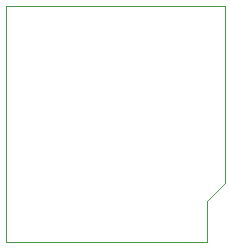
<source format=gbr>
%TF.GenerationSoftware,KiCad,Pcbnew,7.0.8*%
%TF.CreationDate,2023-12-24T04:11:35-08:00*%
%TF.ProjectId,EZ Teknic Converter - R1,455a2054-656b-46e6-9963-20436f6e7665,rev?*%
%TF.SameCoordinates,Original*%
%TF.FileFunction,Profile,NP*%
%FSLAX46Y46*%
G04 Gerber Fmt 4.6, Leading zero omitted, Abs format (unit mm)*
G04 Created by KiCad (PCBNEW 7.0.8) date 2023-12-24 04:11:35*
%MOMM*%
%LPD*%
G01*
G04 APERTURE LIST*
%TA.AperFunction,Profile*%
%ADD10C,0.100000*%
%TD*%
G04 APERTURE END LIST*
D10*
X48980000Y141285000D02*
X48980000Y126285000D01*
X30480000Y141285000D02*
X48980000Y141285000D01*
X47480000Y124785000D02*
X47480000Y121285000D01*
X48980000Y126285000D02*
X47480000Y124785000D01*
X30480000Y121285000D02*
X30480000Y141285000D01*
X47480000Y121285000D02*
X30480000Y121285000D01*
M02*

</source>
